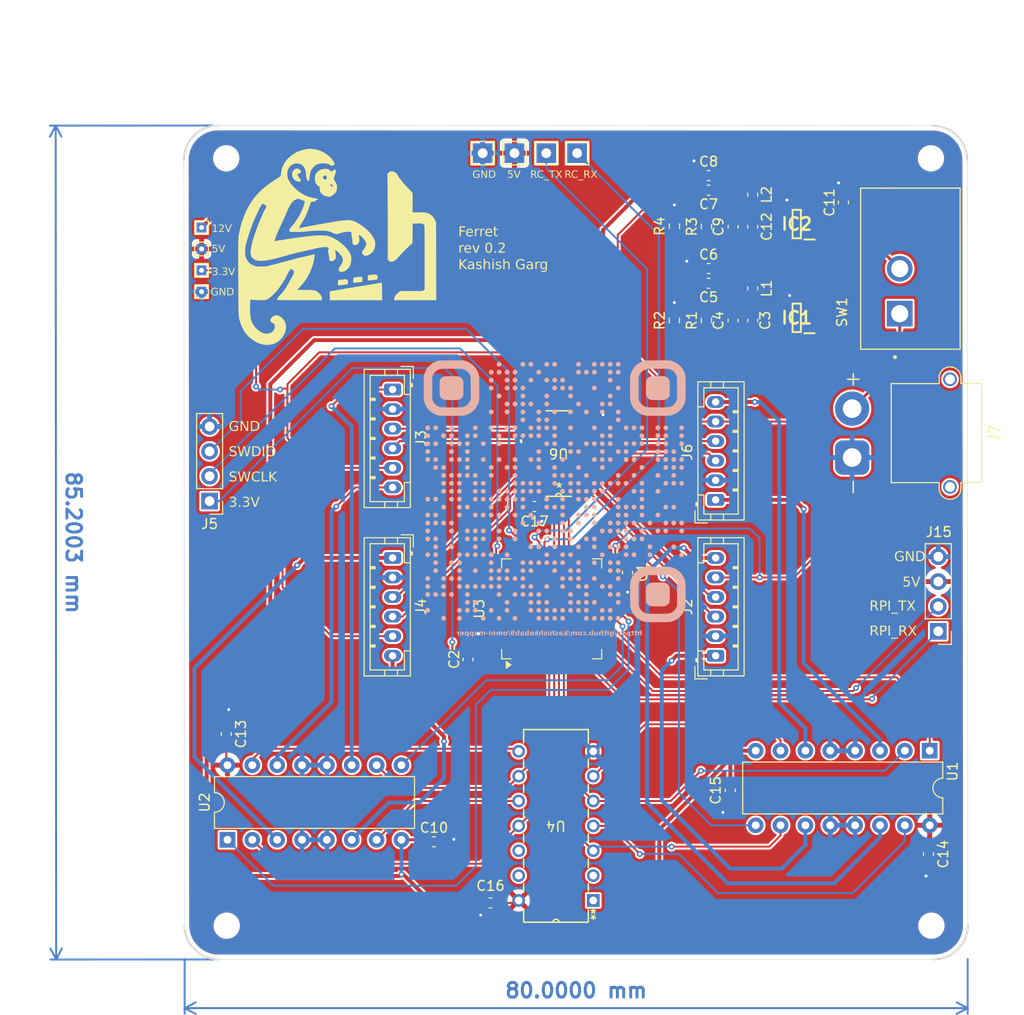
<source format=kicad_pcb>
(kicad_pcb (version 20240108) (generator "pcbnew") (generator_version "8.0")
  (layers (0 "F.Cu" signal) (31 "B.Cu" signal) (34 "B.Paste" user) (35 "F.Paste" user) (36 "B.SilkS" user "B.Silkscreen") (37 "F.SilkS" user "F.Silkscreen") (38 "B.Mask" user) (39 "F.Mask" user) (44 "Edge.Cuts" user))
  (net 0 "")
  (net 1 "/Motor2_4A")
  (net 2 "/Motor1_1A")
  (net 3 "GND")
  (net 4 "/Motor2_3A")
  (net 5 "/Motor2_M2")
  (net 6 "/Motor1_2A")
  (net 7 "/Motor1_M1")
  (net 8 "/Motor1_EN")
  (net 9 "+12V")
  (net 10 "/Motor2_EN")
  (net 11 "/Motor1_M2")
  (net 12 "/Motor2_M1")
  (net 13 "/Motor4_3A")
  (net 14 "/Motor3_1A")
  (net 15 "/Motor3_M1")
  (net 16 "/Motor3_2A")
  (net 17 "/Motor3_EN")
  (net 18 "/Motor4_EN")
  (net 19 "/Motor4_M2")
  (net 20 "/Motor4_4A")
  (net 21 "/Motor4_M1")
  (net 22 "/Motor3_M2")
  (net 28 "/Motor1_ENCB")
  (net 30 "/UART_RC_RX")
  (net 33 "Net-(J5-Pin_2)")
  (net 34 "/Motor2_ENCA")
  (net 37 "/Motor2_ENCB")
  (net 38 "/Motor3_ENCB")
  (net 41 "/Motor3_ENCA")
  (net 47 "/Motor4_ENCA")
  (net 49 "/Motor4_ENCB")
  (net 54 "+3.3V")
  (net 56 "/Motor1_ENCA")
  (net 61 "/UART_RC_TX")
  (net 63 "Net-(J5-Pin_3)")
  (net 66 "Net-(J5-Pin_1)")
  (net 70 "/Motor2_EncTicks")
  (net 71 "/Motor1_EncTicks")
  (net 72 "/Motor4_EncTicks")
  (net 73 "+5V")
  (net 74 "/Motor3_EncTicks")
  (net 78 "Net-(IC1-BST)")
  (net 79 "Net-(IC1-SW)")
  (net 80 "Net-(IC1-FB)")
  (net 81 "Net-(C5-Pad1)")
  (net 82 "Net-(C7-Pad1)")
  (net 83 "Net-(IC2-FB)")
  (net 84 "Net-(IC2-BST)")
  (net 85 "Net-(IC2-SW)")
  (net 88 "unconnected-(U3-PC12-Pad53)")
  (net 96 "/UART_RPI_RX")
  (net 97 "/UART_RPI_TX")
  (net 98 "Net-(J7-Pin_2)")
  (footprint "Capacitor_SMD:C_0603_1608Metric" (layer "F.Cu") (at 153.25 129.275 -90)
    (property "Reference" "C14")
    (property "Value" ".1 uF")
  )
  (footprint "Capacitor_SMD:C_0603_1608Metric" (layer "F.Cu") (at 130.787498 59.937501)
    (property "Reference" "C8")
    (property "Value" "22uF")
  )
  (footprint "TestPoint:TestPoint_THTPad_1.0x1.0mm_Drill0.5mm" (layer "F.Cu") (at 78.98 69.616666)
    (property "Reference" "J13" (hide yes))
    (property "Value" "3.3v TP")
  )
  (footprint "Package_QFP:LQFP-64_10x10mm_P0.5mm" (layer "F.Cu") (at 114.75 104.205 90)
    (property "Reference" "U3")
    (property "Value" "STM32F030R8Tx")
  )
  (footprint "Resistor_SMD:R_0603_1608Metric" (layer "F.Cu") (at 130.562499 65.162501 -90)
    (property "Reference" "R3")
    (property "Value" "93.1k")
  )
  (footprint "Connector_JST:JST_PH_B6B-PH-K_1x06_P2.00mm_Vertical" (layer "F.Cu") (at 98.5 99 -90)
    (property "Reference" "J4")
    (property "Value" "Motor3_output")
  )
  (footprint "Connector_PinHeader_2.54mm:PinHeader_1x04_P2.54mm_Vertical" (layer "F.Cu") (at 79.8 93.2 180)
    (property "Reference" "J5")
    (property "Value" "STLINK")
  )
  (footprint "Connector_PinHeader_2.54mm:PinHeader_1x04_P2.54mm_Vertical" (layer "F.Cu") (at 154.25 106.5 180)
    (property "Reference" "J15")
    (property "Value" "STLINK")
  )
  (footprint "Capacitor_SMD:C_0603_1608Metric" (layer "F.Cu") (at 133.287499 74.745003 -90)
    (property "Reference" "C4")
    (property "Value" "47pF")
  )
  (footprint "Capacitor_SMD:C_0603_1608Metric" (layer "F.Cu") (at 108.5 134.25 180)
    (property "Reference" "C16")
    (property "Value" ".1 uF")
  )
  (footprint "TestPoint:TestPoint_THTPad_2.0x2.0mm_Drill1.0mm" (layer "F.Cu") (at 107.7 57.65 -90)
    (property "Reference" "J11" (hide yes))
    (property "Value" "Conn_01x01_Pin")
  )
  (footprint "TestPoint:TestPoint_THTPad_2.0x2.0mm_Drill1.0mm" (layer "F.Cu") (at 110.95 57.65 -90)
    (property "Reference" "J10" (hide yes))
    (property "Value" "Conn_01x01_Pin")
  )
  (footprint "TestPoint:TestPoint_THTPad_1.0x1.0mm_Drill0.5mm" (layer "F.Cu") (at 78.98 71.8)
    (property "Reference" "J14" (hide yes))
    (property "Value" "GND TP")
  )
  (footprint "Package_DIP:DIP-16_W7.62mm" (layer "F.Cu") (at 81.625001 127.8 90)
    (property "Reference" "U2")
    (property "Value" "SN754410NE")
  )
  (footprint "MountingHole:MountingHole_2.2mm_M2" (layer "F.Cu") (at 153.55 136.575)
    (property "Reference" "REF**" (hide yes))
    (property "Value" "MountingHole_2.2mm_M2")
  )
  (footprint "Capacitor_SMD:C_0603_1608Metric" (layer "F.Cu") (at 102.725 128)
    (property "Reference" "C10")
    (property "Value" ".1 uF")
  )
  (footprint "Connector_AMASS:AMASS_XT30PW-M_1x02_P2.50mm_Horizontal" (layer "F.Cu") (at 145.45 88.75 -90)
    (property "Reference" "J7")
    (property "Value" "12V Input")
  )
  (footprint "Capacitor_SMD:C_0603_1608Metric" (layer "F.Cu") (at 144.5625 62.687499 90)
    (property "Reference" "C11")
    (property "Value" "10uF")
  )
  (footprint "Capacitor_SMD:C_0603_1608Metric" (layer "F.Cu") (at 122.5 100.5 90)
    (property "Reference" "C1")
    (property "Value" ".1 uF")
  )
  (footprint "MountingHole:MountingHole_2.2mm_M2" (layer "F.Cu") (at 153.5 58.175)
    (property "Reference" "REF**" (hide yes))
    (property "Value" "MountingHole_2.2mm_M2")
  )
  (footprint "TestPoint:TestPoint_THTPad_1.0x1.0mm_Drill0.5mm" (layer "F.Cu") (at 78.98 67.433333)
    (property "Reference" "J12" (hide yes))
    (property "Value" "5V TP")
  )
  (footprint "Connector_JST:JST_PH_B6B-PH-K_1x06_P2.00mm_Vertical" (layer "F.Cu") (at 131.5 93.07 90)
    (property "Reference" "J6" (hide yes))
    (property "Value" "Motor1_output")
  )
  (footprint "GF-123-0054:SW_GF-123-0054" (layer "F.Cu") (at 151.4 69.45 90)
    (property "Reference" "SW1")
    (property "Value" "SW_SPST")
  )
  (footprint "TestPoint:TestPoint_THTPad_2.0x2.0mm_Drill1.0mm" (layer "F.Cu") (at 114.2 57.65 -90)
    (property "Reference" "J9" (hide yes))
    (property "Value" "Conn_01x01_Pin")
  )
  (footprint "Capacitor_SMD:C_0603_1608Metric" (layer "F.Cu") (at 133.287499 65.162501 -90)
    (property "Reference" "C9")
    (property "Value" "56pF")
  )
  (footprint "Inductor_SMD:L_0603_1608Metric" (layer "F.Cu") (at 135.2875 71.475 -90)
    (property "Reference" "L1")
    (property "Value" "6.8u")
  )
  (footprint "Capacitor_SMD:C_0603_1608Metric" (layer "F.Cu") (at 135.287501 74.745 -90)
    (property "Reference" "C3")
    (property "Value" "100nF")
  )
  (footprint "Capacitor_SMD:C_0603_1608Metric" (layer "F.Cu") (at 130.787499 69.4375)
    (property "Reference" "C6")
    (property "Value" "22uF")
  )
  (footprint "TestPoint:TestPoint_THTPad_1.0x1.0mm_Drill0.5mm" (layer "F.Cu") (at 78.98 65.25)
    (property "Reference" "J1" (hide yes))
    (property "Value" "12v TP")
  )
  (footprint "Capacitor_SMD:C_0603_1608Metric" (layer "F.Cu") (at 130.7875 70.937502 180)
    (property "Reference" "C5")
    (property "Value" "22uF")
  )
  (footprint "MountingHole:MountingHole_2.2mm_M2" (layer "F.Cu") (at 81.5 58.175)
    (property "Reference" "REF**" (hide yes))
    (property "Value" "MountingHole_2.2mm_M2")
  )
  (footprint "TestPoint:TestPoint_THTPad_2.0x2.0mm_Drill1.0mm" (layer "F.Cu") (at 117.35 57.65 -90)
    (property "Reference" "J8" (hide yes))
    (property "Value" "Conn_01x01_Pin")
  )
  (footprint "Resistor_SMD:R_0603_1608Metric" (layer "F.Cu") (at 127.287499 74.745004 90)
    (property "Reference" "R2")
    (property "Value" "30.1k")
  )
  (footprint "Capacitor_SMD:C_0603_1608Metric" (layer "F.Cu") (at 106.2 109.375 -90)
    (property "Reference" "C2")
    (property "Value" ".1 uF")
  )
  (footprint "LOGO" (layer "F.Cu") (at 92.75 66.75)
    (property "Reference" "G***" (hide yes))
    (property "Value" "LOGO" (hide yes))
  )
  (footprint "Capacitor_SMD:C_0603_1608Metric" (layer "F.Cu") (at 130.787501 61.4375 180)
    (property "Reference" "C7")
    (property "Value" "22uF")
  )
  (footprint "Resistor_SMD:R_0603_1608Metric" (layer "F.Cu") (at 130.562499 74.745003 -90)
    (property "Reference" "R1")
    (property "Value" "158k")
  )
  (footprint "Connector_JST:JST_PH_B6B-PH-K_1x06_P2.00mm_Vertical" (layer "F.Cu") (at 131.5 108.999999 90)
    (property "Reference" "J2")
    (property "Value" "Motor2_output")
  )
  (footprint "Inductor_SMD:L_0603_1608Metric" (layer "F.Cu") (at 135.287498 61.892502 -90)
    (property "Reference" "L2")
    (property "Value" "4.7u")
  )
  (footprint "Capacitor_SMD:C_0603_1608Metric" (layer "F.Cu") (at 81.5 117 90)
    (property "Reference" "C13")
    (property "Value" ".1 uF")
  )
  (footprint "Resistor_SMD:R_0603_1608Metric" (layer "F.Cu") (at 127.287498 65.112502 90)
    (property "Reference" "R4")
    (property "Value" "30.1k")
  )
  (footprint "MountingHole:MountingHole_2.2mm_M2" (layer "F.Cu") (at 81.55 136.575)
    (property "Reference" "REF**" (hide yes))
    (property "Value" "MountingHole_2.2mm_M2")
  )
  (footprint "footprints:SOT95P280X100-6N" (layer "F.Cu") (at 139.7875 74.475003 180)
    (property "Reference" "IC1")
    (property "Value" "AP63301WU-7" (hide yes))
  )
  (footprint "CD74HC04E:N14" (layer "F.Cu") (at 111.38 118.76 180)
    (property "Reference" "U4")
    (property "Value" "CD74HC04E")
  )
  (footprint "Package_DIP:DIP-16_W7.62mm" (layer "F.Cu") (at 153.375 118.7 -90)
    (property "Reference" "U1")
    (property "Value" "SN754410NE")
  )
  (footprint "Capacitor_SMD:C_0603_1608Metric" (layer "F.Cu") (at 133 122.75 -90)
    (property "Reference" "C15")
    (property "Value" ".1 uF")
  )
  (footprint "Connector_JST:JST_PH_B6B-PH-K_1x06_P2.00mm_Vertical" (layer "F.Cu") (at 98.5 81.8 -90)
    (property "Reference" "J3")
    (property "Value" "Motor4_output")
  )
  (footprint "footprints:SOT95P280X100-6N" (layer "F.Cu") (at 139.787499 64.892499 180)
    (property "Reference" "IC2")
    (property "Value" "AP63301WU-7" (hide yes))
  )
  (footprint "Capacitor_SMD:C_0603_1608Metric" (layer "F.Cu") (at 135.287499 65.1625 -90)
    (property "Reference" "C12")
    (property "Value" "100nF")
  )
  (footprint "Capacitor_SMD:C_0603_1608Metric" (layer "F.Cu") (at 113 93.75)
    (property "Reference" "C17")
    (property "Value" ".1 uF")
  )
  (footprint "SN74AC86DR:D14" (layer "F.Cu") (at 115.4638 88.34 180)
    (property "Reference" "U6")
    (property "Value" "SN74AC86DR")
  )
  (footprint "LOGO" (layer "B.Cu") (at 115.07 92.18 180)
    (property "Reference" "G***" (hide yes))
    (property "Value" "LOGO" (hide yes))
  )
  (gr_line (start 80.674874 54.824874) (end 153.7 54.85) (stroke (width 0.05)) (layer "Edge.Cuts"))
  (gr_arc (start 153.7 54.85) (mid 156.174874 55.875126) (end 157.2 58.35) (stroke (width 0.2)) (layer "Edge.Cuts"))
  (gr_line (start 153.775126 140.025126) (end 80.724874 140.025126) (stroke (width 0.05)) (layer "Edge.Cuts"))
  (gr_line (start 77.224874 136.525126) (end 77.174874 58.324874) (stroke (width 0.05)) (layer "Edge.Cuts"))
  (gr_arc (start 77.174874 58.324874) (mid 78.200008 55.850008) (end 80.674874 54.824874) (stroke (width 0.2)) (layer "Edge.Cuts"))
  (gr_arc (start 157.275126 136.525126) (mid 156.25 139) (end 153.775126 140.025126) (stroke (width 0.2)) (layer "Edge.Cuts"))
  (gr_line (start 157.2 58.35) (end 157.275126 136.525126) (stroke (width 0.05)) (layer "Edge.Cuts"))
  (gr_arc (start 80.724874 140.025126) (mid 78.25 139) (end 77.224874 136.525126) (stroke (width 0.2)) (layer "Edge.Cuts"))
  (gr_text "https://github.com/kashishkebab9/omni-mapper" (at 124 107 0) (layer "B.SilkS") (effects (font (size 0.5 0.5) (thickness 0.125) (bold yes)) (justify left bottom mirror)))
  (gr_text "GND" (at 149.738353 99.5 0) (layer "F.SilkS") (effects (font (size 1 1) (thickness 0.1)) (justify left bottom)))
  (gr_text "5V" (at 150.580503 102.1 0) (layer "F.SilkS") (effects (font (size 1 1) (thickness 0.1)) (justify left bottom)))
  (gr_text "Ferret\nrev 0.2\nKashish Garg\n\n" (at 105.2 71.35 0) (layer "F.SilkS") (effects (font (size 1 1) (thickness 0.1)) (justify left bottom)))
  (gr_text "GND" (at 106.65 60.3 0) (layer "F.SilkS") (effects (font (size 0.75 0.75) (thickness 0.1)) (justify left bottom)))
  (gr_text "RPI_TX\n" (at 147.211905 104.55 0) (layer "F.SilkS") (effects (font (size 1 1) (thickness 0.1)) (justify left bottom)))
  (gr_text "J6\n" (at 128.6 88.2 90) (layer "F.SilkS") (effects (font (size 1 1))))
  (gr_text "GND" (at 79.91 72.3 0) (layer "F.SilkS") (effects (font (size 0.75 0.75) (thickness 0.1)) (justify left bottom)))
  (gr_text "5V" (at 80.02 67.9 0) (layer "F.SilkS") (effects (font (size 0.75 0.75) (thickness 0.1)) (justify left bottom)))
  (gr_text "3.3V" (at 81.75 93.95 0) (layer "F.SilkS") (effects (font (size 1 1) (thickness 0.1)) (justify left bottom)))
  (gr_text "RC_RX\n" (at 116.05 60.3 0) (layer "F.SilkS") (effects (font (size 0.75 0.75) (thickness 0.1)) (justify left bottom)))
  (gr_text "5V" (at 110.2 60.3 0) (layer "F.SilkS") (effects (font (size 0.75 0.75) (thickness 0.1)) (justify left bottom)))
  (gr_text "SWDIO" (at 81.75 88.783333 0) (layer "F.SilkS") (effects (font (size 1 1) (thickness 0.1)) (justify left bottom)))
  (gr_text "GND" (at 81.75 86.2 0) (layer "F.SilkS") (effects (font (size 1 1) (thickness 0.1)) (justify left bottom)))
  (gr_text "3.3V" (at 80.03 70.24 0) (layer "F.SilkS") (effects (font (size 0.75 0.75) (thickness 0.1)) (justify left bottom)))
  (gr_text "12V" (at 80.02 65.83 0) (layer "F.SilkS") (effects (font (size 0.75 0.75) (thickness 0.1)) (justify left bottom)))
  (gr_text "RC_TX\n" (at 112.55 60.3 0) (layer "F.SilkS") (effects (font (size 0.75 0.75) (thickness 0.1)) (justify left bottom)))
  (gr_text "RPI_RX\n" (at 147.211905 107.1 0) (layer "F.SilkS") (effects (font (size 1 1) (thickness 0.1)) (justify left bottom)))
  (gr_text "SWCLK" (at 81.75 91.366666 0) (layer "F.SilkS") (effects (font (size 1 1) (thickness 0.1)) (justify left bottom)))
  (dimension (type aligned) (layer "B.Cu") (pts (xy 157.25 139.5) (xy 77.250001 139.5)) (height -5.5) (gr_text "80.0000 mm" (at 117.25 143.2 0) (layer "B.Cu") (effects (font (size 1.5 1.5) (thickness 0.3)))) (format (prefix "") (suffix "") (units 3) (units_format 1) (precision 4)) (style (thickness 0.2) (arrow_length 1.27) (text_position_mode 0) (extension_height 0.58642) (extension_offset 0.5) keep_text_aligned))
  (dimension (type aligned) (layer "B.Cu") (pts (xy 80.674874 54.824874) (xy 80.724874 140.025126)) (height 16.6) (gr_text "85.2003 mm" (at 65.899877 97.433686 270.0336242) (layer "B.Cu") (effects (font (size 1.5 1.5) (thickness 0.3)))) (format (prefix "") (suffix "") (units 3) (units_format 1) (precision 4)) (style (thickness 0.2) (arrow_length 1.27) (text_position_mode 0) (extension_height 0.58642) (extension_offset 0.5) keep_text_aligned))
  (segment (start 120.88 126.38) (end 119 126.38) (width 0.2) (layer "F.Cu") (net 1))
  (segment (start 123.75 129.25) (end 120.88 126.38) (width 0.2) (layer "F.Cu") (net 1))
  (via (at 123.75 129.25) (size 0.6) (drill 0.3) (layers "F.Cu" "B.Cu") (net 1))
  (segment (start 145.5 133.25) (end 150.835 127.915) (width 0.2) (layer "B.Cu") (net 1))
  (segment (start 127.75 129.25) (end 131.75 133.25) (width 0.2) (layer "B.Cu") (net 1))
  (segment (start 131.75 133.25) (end 145.5 133.25) (width 0.2) (layer "B.Cu") (net 1))
  (segment (start 123.75 129.25) (end 127.75 129.25) (width 0.2) (layer "B.Cu") (net 1))
  (segment (start 150.835 127.915) (end 150.835 126.32) (width 0.2) (layer "B.Cu") (net 1))
  (segment (start 115.999999 120.839999) (end 115.999999 109.88) (width 0.2) (layer "F.Cu") (net 2))
  (segment (start 126.91 123.84) (end 130 120.75) (width 0.2) (layer "F.Cu") (net 2))
  (segment (start 119 123.84) (end 126.91 123.84) (width 0.2) (layer "F.Cu") (net 2))
  (segment (start 119 123.84) (end 115.999999 120.839999) (width 0.2) (layer "F.Cu") (net 2))
  (via (at 130 120.75) (size 0.6) (drill 0.3) (layers "F.Cu" "B.Cu") (net 2))
  (segment (start 130 120.75) (end 148.785 120.75) (width 0.2) (layer "B.Cu") (net 2))
  (segment (start 148.785 120.75) (end 150.835 118.7) (width 0.2) (layer "B.Cu") (net 2))
  (segment (start 127.2875 73.920003) (end 127.287497 72.912501) (width 0.3) (layer "F.Cu") (net 3))
  (segment (start 138.287499 63.742502) (end 138.4875 63.9425) (width 0.4) (layer "F.Cu") (net 3))
  (segment (start 130.012499 59.937502) (end 130.0125 59.162502) (width 0.3) (layer "F.Cu") (net 3))
  (segment (start 144.562499 61.9125) (end 144.562499 61.187501) (width 0.3) (layer "F.Cu") (net 3))
  (segment (start 127.287497 64.287501) (end 127.287499 62.937503) (width 0.3) (layer "F.Cu") (net 3))
  (segment (start 109.075 107.455) (end 107.5 107.455) (width 0.2) (layer "F.Cu") (net 3))
  (segment (start 107.725 134.25) (end 107.725 135.275) (width 0.2) (layer "F.Cu") (net 3))
  (segment (start 113.775 95.225) (end 113.75 95.25) (width 0.2) (layer "F.Cu") (net 3))
  (segment (start 106.2 108.6) (end 106.355 108.6) (width 0.2) (layer "F.Cu") (net 3))
  (segment (start 106.325 108.475) (end 106.2 108.6) (width 0.2) (layer "F.Cu") (net 3))
  (segment (start 107.25 107.205) (end 107.5 107.455) (width 0.2) (layer "F.Cu") (net 3))
  (segment (start 138.4875 73.525001) (end 138.4875 72.762501) (width 0.3) (layer "F.Cu") (net 3))
  (segment (start 104.5 128) (end 104.75 127.75) (width 0.2) (layer "F.Cu") (net 3))
  (segment (start 129.312498 69.437501) (end 128.562499 68.687502) (width 0.3) (layer "F.Cu") (net 3))
  (segment (start 81.75 114.5) (end 81.5 114.75) (width 0.2) (layer "F.Cu") (net 3))
  (segment (start 113.775 93.75) (end 113.775 95.225) (width 0.2) (layer "F.Cu") (net 3))
  (segment (start 130.012499 69.4375) (end 129.312498 69.437501) (width 0.3) (layer "F.Cu") (net 3))
  (segment (start 144.562499 61.187501) (end 144.0625 60.687502) (width 0.3) (layer "F.Cu") (net 3))
  (segment (start 138.7875 62.437501) (end 138.287498 62.937503) (width 0.3) (layer "F.Cu") (net 3))
  (segment (start 107.25 106.75) (end 107.25 107.205) (width 0.2) (layer "F.Cu") (net 3))
  (segment (start 120.425 100.955) (end 122.18 100.955) (width 0.2) (layer "F.Cu") (net 3))
  (segment (start 122.18 100.955) (end 122.5 101.275) (width 0.2) (layer "F.Cu") (net 3))
  (segment (start 117.9276 84.53) (end 119.85 84.53) (width 0.2) (layer "F.Cu") (net 3))
  (segment (start 138.4875 72.762501) (end 139.0625 72.187501) (width 0.3) (layer "F.Cu") (net 3))
  (segment (start 138.287498 62.937503) (end 138.287499 63.742502) (width 0.3) (layer "F.Cu") (net 3))
  (segment (start 153.25 131.25) (end 153 131.5) (width 0.2) (layer "F.Cu") (net 3))
  (segment (start 119.85 84.53) (end 120 84.38) (width 0.2) (layer "F.Cu") (net 3))
  (segment (start 81.5 114.75) (end 81.5 116.225) (width 0.2) (layer "F.Cu") (net 3))
  (segment (start 106.355 108.6) (end 107.5 107.455) (width 0.2) (layer "F.Cu") (net 3))
  (segment (start 133 123.525) (end 133 124.25) (width 0.4) (layer "F.Cu") (net 3))
  (segment (start 122.5 101.275) (end 122.5 102.5) (width 0.2) (layer "F.Cu") (net 3))
  (segment (start 133 124.25) (end 132.25 125) (width 0.4) (layer "F.Cu") (net 3))
  (segment (start 107.725 135.275) (end 107.5 135.5) (width 0.2) (layer "F.Cu") (net 3))
  (segment (start 153.25 130.05) (end 153.25 131.25) (width 0.2) (layer "F.Cu") (net 3))
  (segment (start 103.5 128) (end 104.5 128) (width 0.2) (layer "F.Cu") (net 3))
  (segment (start 130.0125 59.162502) (end 129.287499 58.437502) (width 0.3) (layer "F.Cu") (net 3))
  (via (at 138.7875 62.437501) (size 0.6) (drill 0.3) (layers "F.Cu" "B.Cu") (net 3))
  (via (at 122.5 102.5) (size 0.6) (drill 0.3) (layers "F.Cu" "B.Cu") (net 3))
  (via (at 127.287499 62.937503) (size 0.6) (drill 0.3) (layers "F.Cu" "B.Cu") (net 3))
  (via (at 113.75 95.25) (size 0.6) (drill 0.3) (layers "F.Cu" "B.Cu") (net 3))
  (via (at 104.75 127.75) (size 0.6) (drill 0.3) (layers "F.Cu" "B.Cu") (net 3))
  (via (at 120 84.38) (size 0.6) (drill 0.3) (layers "F.Cu" "B.Cu") (net 3))
  (via (at 81.75 114.5) (size 0.6) (drill 0.3) (layers "F.Cu" "B.Cu") (net 3))
  (via (at 128.562499 68.687502) (size 0.6) (drill 0.3) (layers "F.Cu" "B.Cu") (net 3))
  (via (at 107.5 135.5) (size 0.6) (drill 0.3) (layers "F.Cu" "B.Cu") (net 3))
  (via (at 153 131.5) (size 0.6) (drill 0.3) (layers "F.Cu" "B.Cu") (net 3))
  (via (at 129.287499 58.437502) (size 0.6) (drill 0.3) (layers "F.Cu" "B.Cu") (net 3))
  (via (at 139.0625 72.187501) (size 0.6) (drill 0.3) (layers "F.Cu" "B.Cu") (net 3))
  (via (at 144.0625 60.687502) (size 0.6) (drill 0.3) (layers "F.Cu" "B.Cu") (net 3))
  (via (at 127.287497 72.912501) (size 0.6) (drill 0.3) (layers "F.Cu" "B.Cu") (net 3))
  (via (at 107.25 106.75) (size 0.6) (drill 0.3) (layers "F.Cu" "B.Cu") (net 3))
  (via (at 132.25 125) (size 0.6) (drill 0.3) (layers "F.Cu" "B.Cu") (net 3))
  (segment (start 138.135 127.365) (end 138.135 126.32) (width 0.2) (layer "F.Cu") (net 4))
  (segment (start 137 128.5) (end 138.135 127.365) (width 0.2) (layer "F.Cu") (net 4))
  (segment (start 127 128.5) (end 137 128.5) (width 0.2) (layer "F.Cu") (net 4))
  (segment (start 115.5 125.42) (end 115.5 109.88) (width 0.2) (layer "F.Cu") (net 4))
  (segment (start 119 128.92) (end 115.5 125.42) (width 0.2) (layer "F.Cu") (net 4))
  (via (at 127 128.5) (size 0.6) (drill 0.3) (layers "F.Cu" "B.Cu") (net 4))
  (segment (start 119.42 128.5) (end 127 128.5) (width 0.2) (layer "B.Cu") (net 4))
  (segment (start 119 128.92) (end 119.42 128.5) (width 0.2) (layer "B.Cu") (net 4))
  (segment (start 128.25 98) (end 129.249999 98.999999) (width 0.4) (layer "F.Cu") (net 5))
  (segment (start 129.249999 98.999999) (end 131.5 98.999999) (width 0.4) (layer "F.Cu") (net 5))
  (via (at 128.25 98) (size 0.6) (drill 0.3) (layers "F.Cu" "B.Cu") (net 5))
  (segment (start 124.5 100.5) (end 124.5 124) (width 0.4) (layer "B.Cu") (net 5))
  (segment (start 127 98) (end 124.5 100.5) (width 0.4) (layer "B.Cu") (net 5))
  (segment (start 143.625 132.25) (end 148.295 127.58) (width 0.4) (layer "B.Cu") (net 5))
  (segment (start 124.5 124) (end 132.75 132.25) (width 0.4) (layer "B.Cu") (net 5))
  (segment (start 148.295 127.58) (end 148.295 126.955) (width 0.4) (layer "B.Cu") (net 5))
  (segment (start 148.295 126.955) (end 148.295 126.32) (width 0.2) (layer "B.Cu") (net 5))
  (segment (start 128.25 98) (end 127 98) (width 0.4) (layer "B.Cu") (net 5))
  (segment (start 132.75 132.25) (end 143.625 132.25) (width 0.4) (layer "B.Cu") (net 5))
  (segment (start 138.135 117.635) (end 138.135 118.7) (width 0.2) (layer "F.Cu") (net 6))
  (segment (start 124.3 116) (end 136.5 116) (width 0.2) (layer "F.Cu") (net 6))
  (segment (start 119 121.3) (end 124.3 116) (width 0.2) (layer "F.Cu") (net 6))
  (segment (start 136.5 116) (end 138.135 117.635) (width 0.2) (layer "F.Cu") (net 6))
  (segment (start 139.57 93.07) (end 131.5 93.07) (width 0.4) (layer "F.Cu") (net 7))
  (segment (start 140.5 94) (end 139.57 93.07) (width 0.4) (layer "F.Cu") (net 7))
  (via (at 140.5 94) (size 0.6) (drill 0.3) (layers "F.Cu" "B.Cu") (net 7))
  (segment (start 140.5 109.75) (end 148.295001 117.545001) (width 0.4) (layer "B.Cu") (net 7))
  (segment (start 148.295001 117.545001) (end 148.295001 118.7) (width 0.4) (layer "B.Cu") (net 7))
  (segment (start 140.5 94) (end 140.5 109.75) (width 0.4) (layer "B.Cu") (net 7))
  (segment (start 153.375 114.575) (end 153.375 118.7) (width 0.2) (layer "F.Cu") (net 8))
  (segment (start 126.075 111.2) (end 150 111.2) (width 0.2) (layer "F.Cu") (net 8))
  (segment (start 121.33 106.455) (end 126.075 111.2) (width 0.2) (layer "F.Cu") (net 8))
  (segment (start 120.425 106.455) (end 121.33 106.455) (width 0.2) (layer "F.Cu") (net 8))
  (segment (start 150 111.2) (end 153.375 114.575) (width 0.2) (layer "F.Cu") (net 8))
  (segment (start 142 57) (end 128.5 57) (width 0.4) (layer "F.Cu") (net 9))
  (segment (start 120 65.5) (end 120 74.25) (width 0.4) (layer "F.Cu") (net 9))
  (segment (start 99.405002 131.344998) (end 99.594998 131.344998) (width 0.4) (layer "F.Cu") (net 9))
  (segment (start 133 121.975) (end 133 119.7) (width 0.4) (layer "F.Cu") (net 9))
  (segment (start 141.087498 64.892499) (end 147.2175 64.892499) (width 0.3) (layer "F.Cu") (net 9))
  (segment (start 99.405002 127.8) (end 101.75 127.8) (width 0.3) (layer "F.Cu") (net 9))
  (segment (start 133 119.7) (end 134 118.7) (width 0.2) (layer "F.Cu") (net 9))
  (segment (start 105.25 137) (end 122.25 137) (width 0.4) (layer "F.Cu") (net 9))
  (segment (start 99.25 131.5) (end 99.405002 131.344998) (width 0.4) (layer "F.Cu") (net 9))
  (segment (start 147.9125 67.052499) (end 150.310001 69.45) (width 0.3) (layer "F.Cu") (net 9))
  (segment (start 120 74.25) (end 117.5 76.75) (width 0.4) (layer "F.Cu") (net 9))
  (segment (start 99.594998 131.344998) (end 105.25 137) (width 0.4) (layer "F.Cu") (net 9))
  (segment (start 147.9125 65.587499) (end 147.9125 67.052499) (width 0.3) (layer "F.Cu") (net 9))
  (segment (start 145.787501 63.4625) (end 147.9125 65.587499) (width 0.3) (layer "F.Cu") (net 9))
  (segment (start 145.3375 68.1625) (end 147.9125 65.587499) (width 0.4) (layer "F.Cu") (net 9))
  (segment (start 111.3 76.75) (end 98.85 64.3) (width 0.4) (layer "F.Cu") (net 9))
  (segment (start 141.087498 72.412502) (end 147.9125 65.587499) (width 0.3) (layer "F.Cu") (net 9))
  (segment (start 128.5 57) (end 120 65.5) (width 0.4) (layer "F.Cu") (net 9))
  (segment (start 79.5 129.75) (end 81.25 131.5) (width 0.4) (layer "F.Cu") (net 9))
  (segment (start 144.0875 69.4125) (end 147.9125 65.587499) (width 0.4) (layer "F.Cu") (net 9))
  (segment (start 81.25 131.5) (end 99.25 131.5) (width 0.4) (layer "F.Cu") (net 9))
  (segment (start 144.562499 63.462501) (end 145.787501 63.4625) (width 0.3) (layer "F.Cu") (net 9))
  (segment (start 122.25 137) (end 125.75 133.5) (width 0.4) (layer "F.Cu") (net 9))
  (segment (start 86 105.25) (end 79.5 111.75) (width 0.4) (layer "F.Cu") (net 9))
  (segment (start 125.75 126.75) (end 133.8 118.7) (width 0.4) (layer "F.Cu") (net 9))
  (segment (start 141.087499 74.475002) (end 141.087498 72.412502) (width 0.3) (layer "F.Cu") (net 9))
  (segment (start 117.5 76.75) (end 111.3 76.75) (width 0.4) (layer "F.Cu") (net 9))
  (segment (start 79.5 111.75) (end 79.5 129.75) (width 0.4) (layer "F.Cu") (net 9))
  (segment (start 79.93 64.3) (end 78.98 65.25) (width 0.4) (layer "F.Cu") (net 9))
  (segment (start 133.8 118.7) (end 134 118.7) (width 0.3) (layer "F.Cu") (net 9))
  (segment (start 101.75 127.8) (end 101.95 128) (width 0.3) (layer "F.Cu") (net 9))
  (segment (start 90.5 76.75) (end 86 81.25) (width 0.4) (layer "F.Cu") (net 9))
  (segment (start 111.3 76.75) (end 90.5 76.75) (width 0.4) (layer "F.Cu") (net 9))
  (segment (start 125.75 133.5) (end 125.75 126.75) (width 0.4) (layer "F.Cu") (net 9))
  (segment (start 86 81.25) (end 86 105.25) (width 0.4) (layer "F.Cu") (net 9))
  (segment (start 141.087498 64.892499) (end 141.0875 63.942499) (width 0.3) (layer "F.Cu") (net 9))
  (segment (start 98.85 64.3) (end 79.93 64.3) (width 0.4) (layer "F.Cu") (net 9))
  (segment (start 147.9125 65.587499) (end 147.9125 62.9125) (width 0.4) (layer "F.Cu") (net 9))
  (segment (start 141.0625 74.475002) (end 141.062499 73.525) (width 0.3) (layer "F.Cu") (net 9))
  (segment (start 134 118.7) (end 135.594999 118.7) (width 0.4) (layer "F.Cu") (net 9))
  (segment (start 147.9125 62.9125) (end 142 57) (width 0.4) (layer "F.Cu") (net 9))
  (via (at 99.405002 131.344998) (size 0.6) (drill 0.3) (layers "F.Cu" "B.Cu") (net 9))
  (segment (start 99.405002 131.344998) (end 99.405002 127.8) (width 0.4) (layer "B.Cu") (net 9))
  (segment (start 117.5 97.72259) (end 119.12259 96.1) (width 0.2) (layer "F.Cu") (net 10))
  (segment (start 119.12259 96.1) (end 121.3 96.1) (width 0.2) (layer "F.Cu") (net 10))
  (segment (start 121.3 96.1) (end 126.1 100.9) (width 0.2) (layer "F.Cu") (net 10))
  (segment (start 117.5 98.53) (end 117.5 97.72259) (width 0.2) (layer "F.Cu") (net 10))
  (via (at 126.1 100.9) (size 0.6) (drill 0.3) (layers "F.Cu" "B.Cu") (net 10))
  (segment (start 131.07 126.32) (end 135.595 126.32) (width 0.2) (layer "B.Cu") (net 10))
  (segment (start 127.75 123) (end 131.07 126.32) (width 0.2) (layer "B.Cu") (net 10))
  (segment (start 126.2 100.9) (end 127.75 102.45) (width 0.2) (layer "B.Cu") (net 10))
  (segment (start 126.1 100.9) (end 126.2 100.9) (width 0.2) (layer "B.Cu") (net 10))
  (segment (start 127.75 102.45) (end 127.75 123) (width 0.2) (layer "B.Cu") (net 10))
  (segment (start 135.5 83.07) (end 131.5 83.07) (width 0.4) (layer "F.Cu") (net 11))
  (via (at 135.5 83.07) (size 0.6) (drill 0.3) (layers "F.Cu" "B.Cu") (net 11))
  (segment (start 138 85) (end 138 113.75) (width 0.4) (layer "B.Cu") (net 11))
  (segment (start 136.07 83.07) (end 138 85) (width 0.4) (layer "B.Cu") (net 11))
  (segment (start 135.5 83.07) (end 136.07 83.07) (width 0.4) (layer "B.Cu") (net 11))
  (segment (start 140.675 116.425) (end 140.675 118.7) (width 0.4) (layer "B.Cu") (net 11))
  (segment (start 138 113.75) (end 140.675 116.425) (width 0.4) (layer "B.Cu") (net 11))
  (segment (start 127.500001 108.999999) (end 131.5 108.999999) (width 0.4) (layer "F.Cu") (net 12))
  (segment (start 127 109.5) (end 127.500001 108.999999) (width 0.4) (layer "F.Cu") (net 12))
  (via (at 127 109.5) (size 0.6) (drill 0.3) (layers "F.Cu" "B.Cu") (net 12))
  (segment (start 126 110.5) (end 126 123.75) (width 0.4) (layer "B.Cu") (net 12))
  (segment (start 138.25 130.75) (end 140.675 128.325) (width 0.4) (layer "B.Cu") (net 12))
  (segment (start 140.675 128.325) (end 140.675 126.32) (width 0.4) (layer "B.Cu") (net 12))
  (segment (start 126 123.75) (end 133 130.75) (width 0.4) (layer "B.Cu") (net 12))
  (segment (start 133 130.75) (end 138.25 130.75) (width 0.4) (layer "B.Cu") (net 12))
  (segment (start 127 109.5) (end 126 110.5) (width 0.4) (layer "B.Cu") (net 12))
  (segment (start 99.185001 122.5) (end 110.18 122.5) (width 0.2) (layer "F.Cu") (net 13))
  (segment (start 110.18 122.5) (end 111.38 121.3) (width 0.2) (layer "F.Cu") (net 13))
  (segment (start 111.38 121.21) (end 114.5 118.09) (width 0.2) (layer "F.Cu") (net 13))
  (segment (start 114.5 118.09) (end 114.5 109.88) (width 0.2) (layer "F.Cu") (net 13))
  (segment (start 111.38 121.3) (end 111.38 121.21) (width 0.2) (layer "F.Cu") (net 13))
  (segment (start 96.865001 120.18) (end 99.185001 122.5) (width 0.2) (layer "F.Cu") (net 13))
  (segment (start 107.51 130.25) (end 111.38 126.38) (width 0.2) (layer "F.Cu") (net 14))
  (segment (start 84.165001 127.8) (end 86.615001 130.25) (width 0.2) (layer "F.Cu") (net 14))
  (segment (start 86.615001 130.25) (end 107.51 130.25) (width 0.2) (layer "F.Cu") (net 14))
  (segment (start 115 122.76) (end 115 109.88) (width 0.2) (layer "F.Cu") (net 14))
  (segment (start 111.38 126.38) (end 115 122.76) (width 0.2) (layer "F.Cu") (net 14))
  (segment (start 89.5 99) (end 98.5 99) (width 0.4) (layer "F.Cu") (net 15))
  (segment (start 88.75 99.75) (end 89.5 99) (width 0.4) (layer "F.Cu") (net 15))
  (via (at 88.75 99.75) (size 0.6) (drill 0.3) (layers "F.Cu" "B.Cu") (net 15))
  (segment (start 88.75 99.75) (end 78.25 110.25) (width 0.4) (layer "B.Cu") (net 15))
  (segment (start 78.25 119.345) (end 86.705 127.8) (width 0.4) (layer "B.Cu") (net 15))
  (segment (start 78.25 110.25) (end 78.25 119.345) (width 0.4) (layer "B.Cu") (net 15))
  (segment (start 96.865001 127.8) (end 100.825002 123.839999) (width 0.2) (layer "F.Cu") (net 16))
  (segment (start 100.825002 123.839999) (end 111.38 123.839999) (width 0.2) (layer "F.Cu") (net 16))
  (segment (start 122.614579 105.487851) (end 122.081728 104.955) (width 0.2) (layer "F.Cu") (net 17))
  (segment (start 122.081728 104.955) (end 120.425 104.955) (width 0.2) (layer "F.Cu") (net 17))
  (via (at 122.614579 105.487851) (size 0.6) (drill 0.3) (layers "F.Cu" "B.Cu") (net 17))
  (segment (start 105 132.5) (end 86.325001 132.5) (width 0.2) (layer "B.Cu") (net 17))
  (segment (start 107 114) (end 107 130.5) (width 0.2) (layer "B.Cu") (net 17))
  (segment (start 120.5 112.5) (end 108.5 112.5) (width 0.2) (layer "B.Cu") (net 17))
  (segment (start 122.6 105.50243) (end 122.6 110.4) (width 0.2) (layer "B.Cu") (net 17))
  (segment (start 122.614579 105.487851) (end 122.6 105.50243) (width 0.2) (layer "B.Cu") (net 17))
  (segment (start 107 130.5) (end 105 132.5) (width 0.2) (layer "B.Cu") (net 17))
  (segment (start 122.6 110.4) (end 120.5 112.5) (width 0.2) (layer "B.Cu") (net 17))
  (segment (start 108.5 112.5) (end 107 114) (width 0.2) (layer "B.Cu") (net 17))
  (segment (start 86.325001 132.5) (end 81.625001 127.8) (width 0.2) (layer "B.Cu") (net 17))
  (segment (start 121.454999 105.454999) (end 122 106) (width 0.2) (layer "F.Cu") (net 18))
  (segment (start 120.425 105.454999) (end 121.454999 105.454999) (width 0.2) (layer "F.Cu") (net 18))
  (via (at 122 106) (size 0.6) (drill 0.3) (layers "F.Cu" "B.Cu") (net 18))
  (segment (start 120.5 111.5) (end 108.085001 111.5) (width 0.2) (layer "B.Cu") (net 18))
  (segment (start 122 106) (end 122 110) (width 0.2) (layer "B.Cu") (net 18))
  (segment (start 108.085001 111.5) (end 99.405001 120.18) (width 0.2) (layer "B.Cu") (net 18))
  (segment (start 122 110) (end 120.5 111.5) (width 0.2) (layer "B.Cu") (net 18))
  (segment (start 98.5 91.8) (end 94.7 91.8) (width 0.2) (layer "F.Cu") (net 19))
  (segment (start 94.7 91.8) (end 92.75 93.75) (width 0.2) (layer "F.Cu") (net 19))
  (via (at 92.75 93.75) (size 0.6) (drill 0.3) (layers "F.Cu" "B.Cu") (net 19))
  (segment (start 92.25 94.25) (end 92.25 113.75) (width 0.4) (layer "B.Cu") (net 19))
  (segment (start 92.25 113.75) (end 86.705001 119.294999) (width 0.4) (layer "B.Cu") (net 19))
  (segment (start 92.75 93.75) (end 92.25 94.25) (width 0.4) (layer "B.Cu") (net 19))
  (segment (start 86.705001 119.294999) (end 86.705001 120.18) (width 0.4) (layer "B.Cu") (net 19))
  (segment (start 111.12 118.5) (end 111.38 118.76) (width 0.2) (layer "F.Cu") (net 20))
  (segment (start 85.25 118.5) (end 111.12 118.5) (width 0.2) (layer "F.Cu") (net 20))
  (segment (start 84.165001 119.584999) (end 85.25 118.5) (width 0.2) (layer "F.Cu") (net 20))
  (segment (start 84.165001 120.18) (end 84.165001 119.584999) (width 0.2) (layer "F.Cu") (net 20))
  (segment (start 98.5 81.8) (end 93.95 81.8) (width 0.2) (layer "F.Cu") (net 21))
  (segment (start 93.95 81.8) (end 92.25 83.5) (width 0.2) (layer "F.Cu") (net 21))
  (via (at 92.25 83.5) (size 0.6) (drill 0.3) (layers "F.Cu" "B.Cu") (net 21))
  (segment (start 94.325001 85.575001) (end 94.325001 120.18) (width 0.4) (layer "B.Cu") (net 21))
  (segment (start 92.25 83.5) (end 94.325001 85.575001) (width 0.4) (layer "B.Cu") (net 21))
  (segment (start 103.75 117.25) (end 98.5 112) (width 0.4) (layer "F.Cu") (net 22))
  (segment (start 103.75 117.75) (end 103.75 117.25) (width 0.4) (layer "F.Cu") (net 22))
  (segment (start 98.5 112) (end 98.5 109) (width 0.4) (layer "F.Cu") (net 22))
  (via (at 103.75 117.75) (size 0.6) (drill 0.3) (layers "F.Cu" "B.Cu") (net 22))
  (segment (start 101.25 124) (end 98.125001 124) (width 0.4) (layer "B.Cu") (net 22))
  (segment (start 98.125001 124) (end 94.325001 127.8) (width 0.4) (layer "B.Cu") (net 22))
  (segment (start 103.75 117.75) (end 103.75 121.5) (width 0.4) (layer "B.Cu") (net 22))
  (segment (start 103.75 121.5) (end 101.25 124) (width 0.4) (layer "B.Cu") (net 22))
  (segment (start 117.9276 87.07) (end 131.5 87.07) (width 0.2) (layer "F.Cu") (net 28))
  (segment (start 114 97.4) (end 114.3 97.1) (width 0.2) (layer "F.Cu") (net 30))
  (segment (start 114 98.53) (end 114 97.4) (width 0.2) (layer "F.Cu") (net 30))
  (via (at 114.3 97.1) (size 0.6) (drill 0.3) (layers "F.Cu" "B.Cu") (net 30))
  (segment (start 114.3 97.1) (end 116.8 97.1) (width 0.2) (layer "B.Cu") (net 30))
  (segment (start 116.8 97.1) (end 125.7 88.2) (width 0.2) (layer "B.Cu") (net 30))
  (segment (start 117.45 57.75) (end 117.35 57.75) (width 0.2) (layer "B.Cu") (net 30))
  (segment (start 125.7 88.2) (end 125.7 66) (width 0.2) (layer "B.Cu") (net 30))
  (segment (start 125.7 66) (end 117.45 57.75) (width 0.2) (layer "B.Cu") (net 30))
  (segment (start 117.35 58.4) (end 117.35 57.65) (width 0.2) (layer "B.Cu") (net 30))
  (segment (start 109.075 97.925) (end 109.2 97.8) (width 0.2) (layer "F.Cu") (net 33))
  (segment (start 109.075 100.455001) (end 109.075 97.925) (width 0.2) (layer "F.Cu") (net 33))
  (via (at 109.2 97.8) (size 0.6) (drill 0.3) (layers "F.Cu" "B.Cu") (net 33))
  (segment (start 109.2 97.8) (end 109.2 81.4) (width 0.2) (layer "B.Cu") (net 33))
  (segment (start 105.4 77.6) (end 92.6 77.6) (width 0.2) (layer "B.Cu") (net 33))
  (segment (start 79.8 90.4) (end 79.8 90.66) (width 0.2) (layer "B.Cu") (net 33))
  (segment (start 109.2 81.4) (end 105.4 77.6) (width 0.2) (layer "B.Cu") (net 33))
  (segment (start 92.6 77.6) (end 79.8 90.4) (width 0.2) (layer "B.Cu") (net 33))
  (segment (start 131.299999 104.999999) (end 131.5 104.999999) (width 0.2) (layer "F.Cu") (net 34))
  (segment (start 118.45 92.15) (end 131.299999 104.999999) (width 0.2) (layer "F.Cu") (net 34))
  (segment (start 117.9276 92.15) (end 118.45 92.15) (width 0.2) (layer "F.Cu") (net 34))
  (segment (start 131.5 102.999999) (end 130.999999 102.999999) (width 0.2) (layer "F.Cu") (net 37))
  (segment (start 130.999999 102.999999) (end 118.88 90.88) (width 0.2) (layer "F.Cu") (net 37))
  (segment (start 118.88 90.88) (end 117.9276 90.88) (width 0.2) (layer "F.Cu") (net 37))
  (segment (start 110.5 94) (end 110.5 92.78) (width 0.2) (layer "F.Cu") (net 38))
  (segment (start 110.5 92.78) (end 112.4 90.88) (width 0.2) (layer "F.Cu") (net 38))
  (segment (start 98.5 105) (end 99.5 105) (width 0.2) (layer "F.Cu") (net 38))
  (segment (start 99.5 105) (end 110.5 94) (width 0.2) (layer "F.Cu") (net 38))
  (segment (start 112.4 90.88) (end 113 90.88) (width 0.2) (layer "F.Cu") (net 38))
  (segment (start 113 89.61) (end 112.2888 89.61) (width 0.2) (layer "F.Cu") (net 41))
  (segment (start 98.8988 103) (end 98.5 103) (width 0.2) (layer "F.Cu") (net 41))
  (segment (start 112.2888 89.61) (end 98.8988 103) (width 0.2) (layer "F.Cu") (net 41))
  (segment (start 98.5 85.8) (end 113 85.8) (width 0.2) (layer "F.Cu") (net 47))
  (segment (start 99.23 87.07) (end 113 87.07) (width 0.2) (layer "F.Cu") (net 49))
  (segment (start 98.5 87.8) (end 99.23 87.07) (width 0.2) (layer "F.Cu") (net 49))
  (segment (start 139.500001 100.999999) (end 141.75 98.75) (width 0.2) (layer "F.Cu") (net 54))
  (segment (start 87.75 81.25) (end 91 78) (width 0.2) (layer "F.Cu") (net 54))
  (segment (start 121.5 66) (end 121.5 76.5) (width 0.2) (layer "F.Cu") (net 54))
  (segment (start 87.25 102) (end 92.25 107) (width 0.2) (layer "F.Cu") (net 54))
  (segment (start 121.155001 99.725) (end 120.425 100.455001) (width 0.2) (layer "F.Cu") (net 54))
  (segment (start 84.55 81.5) (end 84.55 73.55) (width 0.2) (layer "F.Cu") (net 54))
  (segment (start 90.5 89.5) (end 90.5 89.75) (width 0.2) (layer "F.Cu") (net 54))
  (segment (start 122.5 99.725) (end 121.155001 99.725) (width 0.2) (layer "F.Cu") (net 54))
  (segment (start 90.5 89.75) (end 87.25 93) (width 0.2) (layer "F.Cu") (net 54))
  (segment (start 92.25 107) (end 98.5 107) (width 0.2) (layer "F.Cu") (net 54))
  (segment (start 87.25 93) (end 87.25 102) (width 0.2) (layer "F.Cu") (net 54))
  (segment (start 87.75 86.75) (end 87.75 81.7) (width 0.2) (layer "F.Cu") (net 54))
  (segment (start 120 78) (end 121.5 76.5) (width 0.2) (layer "F.Cu") (net 54))
  (segment (start 130.337499 64.387503) (end 130.287499 64.337503) (width 0.2) (layer "F.Cu") (net 54))
  (segment (start 121.5 76.5) (end 130.07 85.07) (width 0.2) (layer "F.Cu") (net 54))
  (segment (start 90.5 89.5) (end 87.75 86.75) (width 0.2) (layer "F.Cu") (net 54))
  (segment (start 130.012501 61.4375) (end 126.0625 61.4375) (width 0.2) (layer "F.Cu") (net 54))
  (segment (start 126.0625 61.4375) (end 121.5 66) (width 0.2) (layer "F.Cu") (net 54))
  (segment (start 141.75 98.75) (end 141.75 87.75) (width 0.2) (layer "F.Cu") (net 54))
  (segment (start 87.75 81.7) (end 87.1 81.7) (width 0.2) (layer "F.Cu") (net 54))
  (segment (start 130.337499 64.387503) (end 130.012497 64.062501) (width 0.3) (layer "F.Cu") (net 54))
  (segment (start 130.012497 64.062501) (end 130.012499 61.437502) (width 0.3) (layer "F.Cu") (net 54))
  (segment (start 136 100.999999) (end 139.500001 100.999999) (width 0.2) (layer "F.Cu") (net 54))
  (segment (start 133.287498 63.105001) (end 135.287498 61.105) (width 0.3) (layer "F.Cu") (net 54))
  (segment (start 130.07 85.07) (end 131.5 85.07) (width 0.2) (layer "F.Cu") (net 54))
  (segment (start 87.1 81.7) (end 87 81.8) (width 0.2) (layer "F.Cu") (net 54))
  (segment (start 80.616666 69.616666) (end 78.98 69.616666) (width 0.2) (layer "F.Cu") (net 54))
  (segment (start 98.5 89.8) (end 90.8 89.8) (width 0.2) (layer "F.Cu") (net 54))
  (segment (start 141.75 87.75) (end 139.07 85.07) (width 0.2) (layer "F.Cu") (net 54))
  (segment (start 120.425 100.455001) (end 121.25 99.630001) (width 0.2) (layer "F.Cu") (net 54))
  (segment (start 90.8 89.8) (end 90.5 89.5) (width 0.2) (layer "F.Cu") (net 54))
  (segment (start 133.287499 64.387503) (end 130.337499 64.387503) (width 0.3) (layer "F.Cu") (net 54))
  (segment (start 84.55 73.55) (end 80.616666 69.616666) (width 0.2) (layer "F.Cu") (net 54))
  (segment (start 139.07 85.07) (end 131.5 85.07) (width 0.2) (layer "F.Cu") (net 54))
  (segment (start 91 78) (end 120 78) (width 0.2) (layer "F.Cu") (net 54))
  (segment (start 136 100.999999) (end 131.5 100.999999) (width 0.2) (layer "F.Cu") (net 54))
  (segment (start 133.287499 64.387503) (end 133.287498 63.105001) (width 0.3) (layer "F.Cu") (net 54))
  (segment (start 87.75 81.7) (end 87.75 81.25) (width 0.2) (layer "F.Cu") (net 54))
  (segment (start 121.25 99.630001) (end 121.25 97.75) (width 0.2) (layer "F.Cu") (net 54))
  (via (at 84.55 81.5) (size 0.6) (drill 0.3) (layers "F.Cu" "B.Cu") (net 54))
  (via (at 136 100.999999) (size 0.6) (drill 0.3) (layers "F.Cu" "B.Cu") (net 54))
  (via (at 87 81.8) (size 0.6) (drill 0.3) (layers "F.Cu" "B.Cu") (net 54))
  (via (at 121.25 97.75) (size 0.6) (drill 0.3) (layers "F.Cu" "B.Cu") (net 54))
  (segment (start 84.85 81.8) (end 84.55 81.5) (width 0.2) (layer "B.Cu") (net 54))
  (segment (start 87 81.8) (end 84.85 81.8) (width 0.2) (layer "B.Cu") (net 54))
  (segment (start 136 97) (end 135 96) (width 0.2) (layer "B.Cu") (net 54))
  (segment (start 135 96) (end 123 96) (width 0.2) (layer "B.Cu") (net 54))
  (segment (start 136 100.999999) (end 136 97) (width 0.2) (layer "B.Cu") (net 54))
  (segment (start 123 96) (end 121.25 97.75) (width 0.2) (layer "B.Cu") (net 54))
  (segment (start 130.77 88.34) (end 117.9276 88.34) (width 0.2) (layer "F.Cu") (net 56))
  (segment (start 131.5 89.07) (end 130.77 88.34) (width 0.2) (layer "F.Cu") (net 56))
  (segment (start 113.500001 98.53) (end 113.500001 97.400001) (width 0.2) (layer "F.Cu") (net 61))
  (segment (start 113.500001 97.400001) (end 113 96.9) (width 0.2) (layer "F.Cu") (net 61))
  (via (at 113 96.9) (size 0.6) (drill 0.3) (layers "F.Cu" "B.Cu") (net 61))
  (segment (start 116.2 96.2) (end 124.5 87.9) (width 0.2) (layer "B.Cu") (net 61))
  (segment (start 124.5 69.5) (end 114.2 59.2) (width 0.2) (layer "B.Cu") (net 61))
  (segment (start 124.5 87.9) (end 124.5 69.5) (width 0.2) (layer "B.Cu") (net 61))
  (segment (start 113.7 96.2) (end 116.2 96.2) (width 0.2) (layer "B.Cu") (net 61))
  (segment (start 113 96.9) (end 113.7 96.2) (width 0.2) (layer "B.Cu") (net 61))
  (segment (start 114.2 59.2) (end 114.2 57.6) (width 0.2) (layer "B.Cu") (net 61))
  (segment (start 114.2 58.25) (end 114.2 57.65) (width 0.2) (layer "B.Cu") (net 61))
  (segment (start 110.47741 96.2) (end 110.4 96.2) (width 0.2) (layer "F.Cu") (net 63))
  (segment (start 112 97.72259) (end 110.47741 96.2) (width 0.2) (layer "F.Cu") (net 63))
  (segment (start 112 98.53) (end 112 97.72259) (width 0.2) (layer "F.Cu") (net 63))
  (via (at 110.4 96.2) (size 0.6) (drill 0.3) (layers "F.Cu" "B.Cu") (net 63))
  (segment (start 106 75.6) (end 89.35 75.6) (width 0.2) (layer "B.Cu") (net 63))
  (segment (start 83 81.95) (end 83 84.920001) (width 0.2) (layer "B.Cu") (net 63))
  (segment (start 89.35 75.6) (end 83 81.95) (width 0.2) (layer "B.Cu") (net 63))
  (segment (start 83 84.920001) (end 79.8 88.120001) (width 0.2) (layer "B.Cu") (net 63))
  (segment (start 110.4 80) (end 106 75.6) (width 0.2) (layer "B.Cu") (net 63))
  (segment (start 110.4 96.2) (end 110.4 80) (width 0.2) (layer "B.Cu") (net 63))
  (segment (start 107 110.025) (end 106.875 110.15) (width 0.2) (layer "F.Cu") (net 66))
  (segment (start 106.875 110.15) (end 106.2 110.15) (width 0.2) (layer "F.Cu") (net 66))
  (segment (start 107.004999 110.025) (end 109.075 107.954999) (width 0.2) (layer "F.Cu") (net 66))
  (segment (start 107 110.025) (end 107.004999 110.025) (width 0.2) (layer "F.Cu") (net 66))
  (segment (start 106.2 110.15) (end 104.6 108.55) (width 0.2) (layer "F.Cu") (net 66))
  (segment (start 104.6 108.55) (end 104.6 107.6) (width 0.2) (layer "F.Cu") (net 66))
  (via (at 104.6 107.6) (size 0.6) (drill 0.3) (layers "F.Cu" "B.Cu") (net 66))
  (segment (start 104.6 80.4) (end 103.8 79.6) (width 0.2) (layer "B.Cu") (net 66))
  (segment (start 80.8 93.2) (end 79.8 93.2) (width 0.2) (layer "B.Cu") (net 66))
  (segment (start 103.8 79.6) (end 94.4 79.6) (width 0.2) (layer "B.Cu") (net 66))
  (segment (start 94.4 79.6) (end 80.8 93.2) (width 0.2) (layer "B.Cu") (net 66))
  (segment (start 104.6 107.6) (end 104.6 80.4) (width 0.2) (layer "B.Cu") (net 66))
  (segment (start 116.5 98.53) (end 116.5 90.3264) (width 0.2) (layer "F.Cu") (net 70))
  (segment (start 116.5 90.3264) (end 117.2164 89.61) (width 0.2) (layer "F.Cu") (net 70))
  (segment (start 117.2164 89.61) (end 117.9276 89.61) (width 0.2) (layer "F.Cu") (net 70))
  (segment (start 115.999999 86.592601) (end 116.7926 85.8) (width 0.2) (layer "F.Cu") (net 71))
  (segment (start 115.999999 98.53) (end 115.999999 86.592601) (width 0.2) (layer "F.Cu") (net 71))
  (segment (start 116.7926 85.8) (end 117.9276 85.8) (width 0.2) (layer "F.Cu") (net 71))
  (segment (start 115.5 98.53) (end 115.5 86.43) (width 0.2) (layer "F.Cu") (net 72))
  (segment (start 113.6 84.53) (end 113 84.53) (width 0.2) (layer "F.Cu") (net 72))
  (segment (start 115.5 86.43) (end 113.6 84.53) (width 0.2) (layer "F.Cu") (net 72))
  (segment (start 113.2474 84.57) (end 112.5362 84.57) (width 0.2) (layer "F.Cu") (net 72))
  (segment (start 130.0125 71.437501) (end 130.012497 70.937501) (width 0.3) (layer "F.Cu") (net 73))
  (segment (start 153.25 126.445) (end 153.375 126.32) (width 0.2) (layer "F.Cu") (net 73))
  (segment (start 135.287499 70.6875) (end 133.287499 72.687501) (width 0.3) (layer "F.Cu") (net 73))
  (segment (start 130.0125 72.6375) (end 130.0125 71.437501) (width 0.3) (layer "F.Cu") (net 73))
  (segment (start 112.225 93.75) (end 112.225 92.925) (width 0.2) (layer "F.Cu") (net 73))
  (segment (start 112.225 92.925) (end 113 92.15) (width 0.2) (layer "F.Cu") (net 73))
  (segment (start 130.562499 73.920003) (end 130.562499 73.187499) (width 0.3) (layer "F.Cu") (net 73))
  (segment (start 133.287499 72.687501) (end 133.2875 73.97) (width 0.3) (layer "F.Cu") (net 73))
  (segment (start 81.5 117.775) (end 81.5 120.054999) (width 0.2) (layer "F.Cu") (net 73))
  (segment (start 130.612498 73.97) (end 130.562499 73.920003) (width 0.2) (layer "F.Cu") (net 73))
  (segment (start 81.5 120.054999) (end 81.625001 120.18) (width 0.2) (layer "F.Cu") (net 73))
  (segment (start 153.25 128.5) (end 153.25 126.445) (width 0.2) (layer "F.Cu") (net 73))
  (segment (start 130.562499 73.187499) (end 130.0125 72.6375) (width 0.3) (layer "F.Cu") (net 73))
  (segment (start 109.275 134.25) (end 111.13 134.25) (width 0.2) (layer "F.Cu") (net 73))
  (segment (start 130.012497 70.937501) (end 129.5625 70.937501) (width 0.3) (layer "F.Cu") (net 73))
  (segment (start 133.2375 73.920001) (end 133.2875 73.97) (width 0.2) (layer "F.Cu") (net 73))
  (segment (start 111.13 134.25) (end 111.38 134) (width 0.2) (layer "F.Cu") (net 73))
  (segment (start 130.562499 73.920003) (end 133.2375 73.920001) (width 0.3) (layer "F.Cu") (net 73))
  (segment (start 115 89.6288) (end 113.7112 88.34) (width 0.2) (layer "F.Cu") (net 74))
  (segment (start 115 98.53) (end 115 89.6288) (width 0.2) (layer "F.Cu") (net 74))
  (segment (start 113.7112 88.34) (end 113 88.34) (width 0.2) (layer "F.Cu") (net 74))
  (segment (start 113.2474 88.38) (end 112.5362 88.38) (width 0.2) (layer "F.Cu") (net 74))
  (segment (start 135.3825 75.425002) (end 135.2875 75.52) (width 0.2) (layer "F.Cu") (net 78))
  (segment (start 138.4875 75.425002) (end 135.3825 75.425002) (width 0.3) (layer "F.Cu") (net 78))
  (segment (start 135.287501 73.97) (end 135.287498 72.262503) (width 0.3) (layer "F.Cu") (net 79))
  (segment (start 135.792498 74.475003) (end 135.287501 73.97) (width 0.3) (layer "F.Cu") (net 79))
  (segment (start 138.4875 74.475002) (end 135.792498 74.475003) (width 0.3) (layer "F.Cu") (net 79))
  (segment (start 131.679999 76.687502) (end 130.562499 75.570002) (width 0.3) (layer "F.Cu") (net 80))
  (segment (start 130.562499 75.570002) (end 133.2375 75.57) (width 0.3) (layer "F.Cu") (net 80))
  (segment (start 133.287501 75.52) (end 133.287499 76.412502) (width 0.3) (layer "F.Cu") (net 80))
  (segment (start 133.2375 75.57) (end 133.287501 75.52) (width 0.2) (layer "F.Cu") (net 80))
  (segment (start 130.562499 75.570002) (end 127.287497 75.570002) (width 0.3) (layer "F.Cu") (net 80))
  (segment (start 139.824998 76.687501) (end 133.562498 76.687502) (width 0.3) (layer "F.Cu") (net 80))
  (segment (start 133.287499 76.412502) (end 133.562498 76.687502) (width 0.3) (layer "F.Cu") (net 80))
  (segment (start 133.562498 76.687502) (end 131.679999 76.687502) (width 0.3) (layer "F.Cu") (net 80))
  (segment (start 141.087499 75.425) (end 139.824998 76.687501) (width 0.3) (layer "F.Cu") (net 80))
  (segment (start 131.5625 70.937501) (end 131.562498 69.4375) (width 0.3) (layer "F.Cu") (net 81))
  (segment (start 131.562497 59.937501) (end 131.562498 61.437499) (width 0.3) (layer "F.Cu") (net 82))
  (segment (start 139.992499 66.937501) (end 141.087499 65.842501) (width 0.3) (layer "F.Cu") (net 83))
  (segment (start 130.2875 65.987501) (end 127.3375 65.987501) (width 0.3) (layer "F.Cu") (net 83))
  (segment (start 133.2875 65.937499) (end 130.3375 65.937499) (width 0.3) (layer "F.Cu") (net 83))
  (segment (start 127.3375 65.987501) (end 127.287498 65.937499) (width 0.2) (layer "F.Cu") (net 83))
  (segment (start 133.2875 65.937499) (end 133.287499 66.937501) (width 0.3) (layer "F.Cu") (net 83))
  (segment (start 130.3375 65.937499) (end 130.2875 65.987501) (width 0.2) (layer "F.Cu") (net 83))
  (segment (start 133.287499 66.937501) (end 139.992499 66.937501) (width 0.3) (layer "F.Cu") (net 83))
  (segment (start 131.237501 66.937501) (end 133.287499 66.937501) (width 0.3) (layer "F.Cu") (net 83))
  (segment (start 130.2875 65.987501) (end 131.237501 66.937501) (width 0.3) (layer "F.Cu") (net 83))
  (segment (start 135.287501 65.9375) (end 135.287498 65.667502) (width 0.2) (layer "F.Cu") (net 84))
  (segment (start 138.4875 65.842501) (end 135.3825 65.842501) (width 0.3) (layer "F.Cu") (net 84))
  (segment (start 135.3825 65.842501) (end 135.287501 65.9375) (width 0.2) (layer "F.Cu") (net 84))
  (segment (start 138.4875 64.8925) (end 135.7925 64.892499) (width 0.3) (layer "F.Cu") (net 85))
  (segment (start 135.7925 64.892499) (end 135.2875 64.387499) (width 0.3) (layer "F.Cu") (net 85))
  (segment (start 135.2875 64.387499) (end 135.2875 62.680003) (width 0.3) (layer "F.Cu") (net 85))
  (segment (start 109.075 102.455) (end 108.267591 102.455) (width 0.2) (layer "F.Cu") (net 88))
  (segment (start 122.069999 113.45) (end 118.499999 109.88) (width 0.2) (layer "F.Cu") (net 96))
  (segment (start 147.5 113.4) (end 147.45 113.45) (width 0.2) (layer "F.Cu") (net 96))
  (segment (start 147.45 113.45) (end 122.069999 113.45) (width 0.2) (layer "F.Cu") (net 96))
  (via (at 147.5 113.4) (size 0.6) (drill 0.3) (layers "F.Cu" "B.Cu") (net 96))
  (segment (start 154.25 106.5) (end 154.4 106.5) (width 0.2) (layer "B.Cu") (net 96))
  (segment (start 147.5 113.4) (end 147.5 113.25) (width 0.2) (layer "B.Cu") (net 96))
  (segment (start 147.5 113.25) (end 154.25 106.5) (width 0.2) (layer "B.Cu") (net 96))
  (segment (start 145.55 112.6) (end 145.85 112.3) (width 0.2) (layer "F.Cu") (net 97))
  (segment (start 125.070001 112.6) (end 120.425 107.954999) (width 0.2) (layer "F.Cu") (net 97))
  (segment (start 145.55 112.6) (end 125.070001 112.6) (width 0.2) (layer "F.Cu") (net 97))
  (via (at 145.85 112.3) (size 0.6) (drill 0.3) (layers "F.Cu" "B.Cu") (net 97))
  (segment (start 154 104.15) (end 154 103.96) (width 0.2) (layer "B.Cu") (net 97))
  (segment (start 145.85 112.3) (end 154 104.15) (width 0.2) (layer "B.Cu") (net 97))
  (segment (start 150.31 74.05) (end 150.31 78.89) (width 0.3) (layer "F.Cu") (net 98))
  (segment (start 149.55 74.81) (end 150.31 74.05) (width 0.3) (layer "F.Cu") (net 98))
  (segment (start 150.31 78.89) (end 145.45 83.75) (width 0.3) (layer "F.Cu") (net 98))
  (zone (net 73) (net_name "+5V") (layer "F.Cu") (priority 4) (connect_pads (clearance 0)) (min_thickness 0.25) (fill yes (thermal_gap 0.5) (thermal_bridge_width 0.5))
    (polygon (pts (xy 70 42) (xy 162.5 42) (xy 162.5 140) (xy 70 140)))
  )
  (zone (net 3) (net_name "GND") (layer "B.Cu") (connect_pads (clearance 0.5)) (min_thickness 0.25) (fill yes (thermal_gap 0.5) (thermal_bridge_width 0.5))
    (polygon (pts (xy 70 42.5) (xy 162.5 42.5) (xy 162.5 140) (xy 70 140)))
  )
)
</source>
